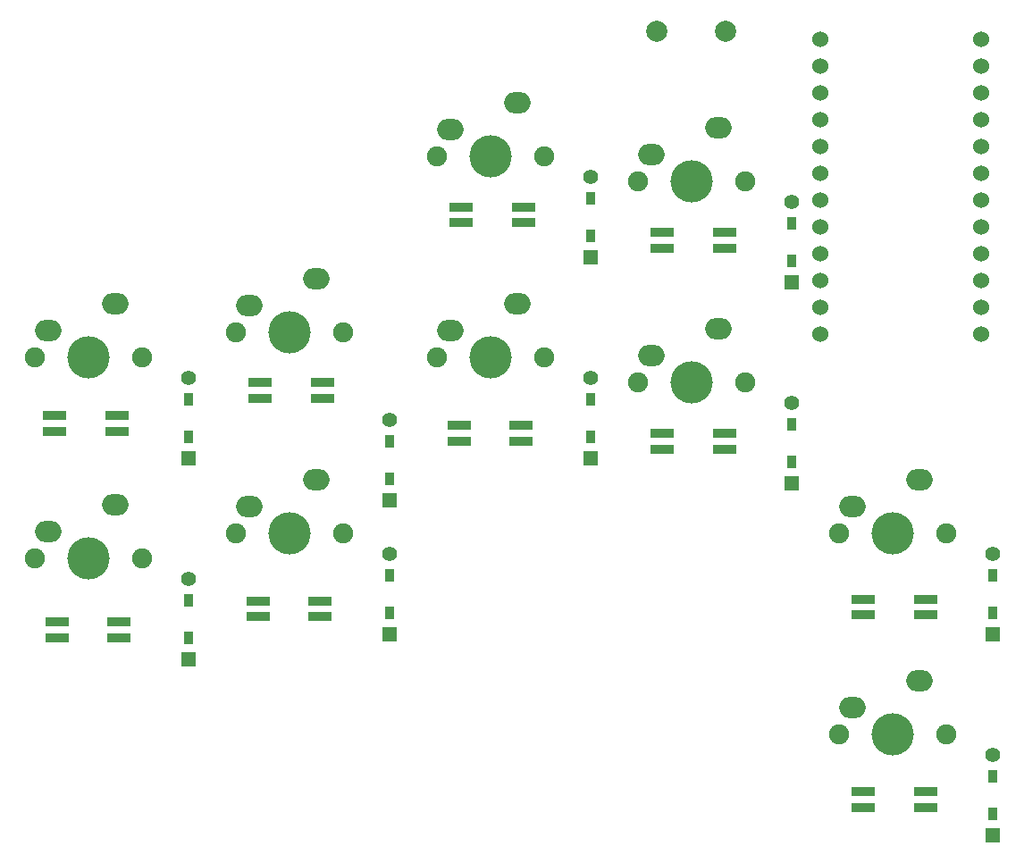
<source format=gbr>
G04 #@! TF.GenerationSoftware,KiCad,Pcbnew,7.0.9*
G04 #@! TF.CreationDate,2023-11-17T20:11:09+09:00*
G04 #@! TF.ProjectId,Assemble,41737365-6d62-46c6-952e-6b696361645f,rev?*
G04 #@! TF.SameCoordinates,Original*
G04 #@! TF.FileFunction,Soldermask,Bot*
G04 #@! TF.FilePolarity,Negative*
%FSLAX46Y46*%
G04 Gerber Fmt 4.6, Leading zero omitted, Abs format (unit mm)*
G04 Created by KiCad (PCBNEW 7.0.9) date 2023-11-17 20:11:09*
%MOMM*%
%LPD*%
G01*
G04 APERTURE LIST*
%ADD10C,2.000000*%
%ADD11R,2.200000X0.820000*%
%ADD12R,1.397000X1.397000*%
%ADD13R,0.950000X1.300000*%
%ADD14C,1.397000*%
%ADD15C,1.900000*%
%ADD16C,4.000000*%
%ADD17O,2.500000X2.000000*%
%ADD18C,1.524000*%
G04 APERTURE END LIST*
D10*
X91356250Y-107156250D03*
X84856250Y-107156250D03*
D11*
X53175000Y-140493750D03*
X47275000Y-140493750D03*
X47275000Y-141993750D03*
X53175000Y-141993750D03*
D12*
X78581250Y-128587500D03*
D13*
X78581250Y-126552500D03*
X78581250Y-123002500D03*
D14*
X78581250Y-120967500D03*
D11*
X33687500Y-143625000D03*
X27787500Y-143625000D03*
X27787500Y-145125000D03*
X33687500Y-145125000D03*
D12*
X59531250Y-164306250D03*
D13*
X59531250Y-162271250D03*
X59531250Y-158721250D03*
D14*
X59531250Y-156686250D03*
D15*
X25876250Y-138112500D03*
D16*
X30956250Y-138112500D03*
D15*
X36036250Y-138112500D03*
D17*
X27146250Y-135572500D03*
X33496250Y-133032500D03*
D11*
X91275000Y-126250000D03*
X85375000Y-126250000D03*
X85375000Y-127750000D03*
X91275000Y-127750000D03*
X72006250Y-144550000D03*
X66106250Y-144550000D03*
X66106250Y-146050000D03*
X72006250Y-146050000D03*
D12*
X97631250Y-150018750D03*
D13*
X97631250Y-147983750D03*
X97631250Y-144433750D03*
D14*
X97631250Y-142398750D03*
D12*
X40481250Y-147637500D03*
D13*
X40481250Y-145602500D03*
X40481250Y-142052500D03*
D14*
X40481250Y-140017500D03*
D15*
X63976250Y-138112500D03*
D16*
X69056250Y-138112500D03*
D15*
X74136250Y-138112500D03*
D17*
X65246250Y-135572500D03*
X71596250Y-133032500D03*
D12*
X116681250Y-164306250D03*
D13*
X116681250Y-162271250D03*
X116681250Y-158721250D03*
D14*
X116681250Y-156686250D03*
D12*
X116681250Y-183356250D03*
D13*
X116681250Y-181321250D03*
X116681250Y-177771250D03*
D14*
X116681250Y-175736250D03*
D11*
X72225000Y-123825000D03*
X66325000Y-123825000D03*
X66325000Y-125325000D03*
X72225000Y-125325000D03*
X110325000Y-179212500D03*
X104425000Y-179212500D03*
X104425000Y-180712500D03*
X110325000Y-180712500D03*
X110325000Y-161000000D03*
X104425000Y-161000000D03*
X104425000Y-162500000D03*
X110325000Y-162500000D03*
X33906250Y-163175000D03*
X28006250Y-163175000D03*
X28006250Y-164675000D03*
X33906250Y-164675000D03*
X52956250Y-161175000D03*
X47056250Y-161175000D03*
X47056250Y-162675000D03*
X52956250Y-162675000D03*
D15*
X44926250Y-135731250D03*
D16*
X50006250Y-135731250D03*
D15*
X55086250Y-135731250D03*
D17*
X46196250Y-133191250D03*
X52546250Y-130651250D03*
D15*
X25876250Y-157162500D03*
D16*
X30956250Y-157162500D03*
D15*
X36036250Y-157162500D03*
D17*
X27146250Y-154622500D03*
X33496250Y-152082500D03*
D15*
X83026250Y-121443750D03*
D16*
X88106250Y-121443750D03*
D15*
X93186250Y-121443750D03*
D17*
X84296250Y-118903750D03*
X90646250Y-116363750D03*
D15*
X102076250Y-154781250D03*
D16*
X107156250Y-154781250D03*
D15*
X112236250Y-154781250D03*
D17*
X103346250Y-152241250D03*
X109696250Y-149701250D03*
D15*
X44926250Y-154781250D03*
D16*
X50006250Y-154781250D03*
D15*
X55086250Y-154781250D03*
D17*
X46196250Y-152241250D03*
X52546250Y-149701250D03*
D15*
X83026250Y-140493750D03*
D16*
X88106250Y-140493750D03*
D15*
X93186250Y-140493750D03*
D17*
X84296250Y-137953750D03*
X90646250Y-135413750D03*
D12*
X59531250Y-151635000D03*
D13*
X59531250Y-149600000D03*
X59531250Y-146050000D03*
D14*
X59531250Y-144015000D03*
D12*
X97631250Y-130968750D03*
D13*
X97631250Y-128933750D03*
X97631250Y-125383750D03*
D14*
X97631250Y-123348750D03*
D11*
X91275000Y-145300000D03*
X85375000Y-145300000D03*
X85375000Y-146800000D03*
X91275000Y-146800000D03*
D12*
X40481250Y-166687500D03*
D13*
X40481250Y-164652500D03*
X40481250Y-161102500D03*
D14*
X40481250Y-159067500D03*
D12*
X78581250Y-147637500D03*
D13*
X78581250Y-145602500D03*
X78581250Y-142052500D03*
D14*
X78581250Y-140017500D03*
D15*
X102076250Y-173831250D03*
D16*
X107156250Y-173831250D03*
D15*
X112236250Y-173831250D03*
D17*
X103346250Y-171291250D03*
X109696250Y-168751250D03*
D15*
X63976250Y-119062500D03*
D16*
X69056250Y-119062500D03*
D15*
X74136250Y-119062500D03*
D17*
X65246250Y-116522500D03*
X71596250Y-113982500D03*
D18*
X115550000Y-107960000D03*
X115550000Y-110500000D03*
X115550000Y-113040000D03*
X115550000Y-115580000D03*
X115550000Y-118120000D03*
X115550000Y-120660000D03*
X115550000Y-123200000D03*
X115550000Y-125740000D03*
X115550000Y-128280000D03*
X115550000Y-130820000D03*
X115550000Y-133360000D03*
X115550000Y-135900000D03*
X100310000Y-135900000D03*
X100310000Y-133360000D03*
X100310000Y-130820000D03*
X100310000Y-128280000D03*
X100310000Y-125740000D03*
X100310000Y-123200000D03*
X100310000Y-120660000D03*
X100310000Y-118120000D03*
X100310000Y-115580000D03*
X100310000Y-113040000D03*
X100310000Y-110500000D03*
X100310000Y-107960000D03*
M02*

</source>
